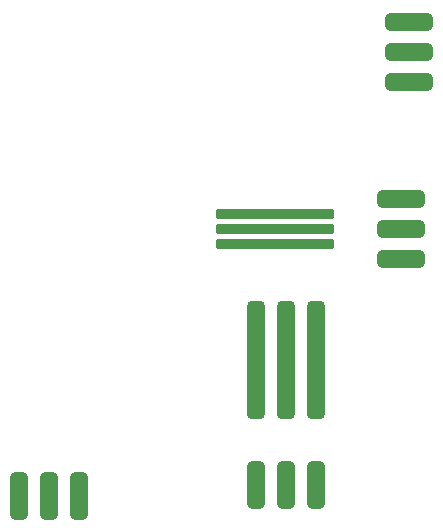
<source format=gbp>
G04 #@! TF.GenerationSoftware,KiCad,Pcbnew,6.0.2-378541a8eb~116~ubuntu20.04.1*
G04 #@! TF.CreationDate,2022-02-28T16:15:05+01:00*
G04 #@! TF.ProjectId,ISP_panel,4953505f-7061-46e6-956c-2e6b69636164,rev?*
G04 #@! TF.SameCoordinates,Original*
G04 #@! TF.FileFunction,Paste,Bot*
G04 #@! TF.FilePolarity,Positive*
%FSLAX46Y46*%
G04 Gerber Fmt 4.6, Leading zero omitted, Abs format (unit mm)*
G04 Created by KiCad (PCBNEW 6.0.2-378541a8eb~116~ubuntu20.04.1) date 2022-02-28 16:15:05*
%MOMM*%
%LPD*%
G01*
G04 APERTURE LIST*
G04 Aperture macros list*
%AMRoundRect*
0 Rectangle with rounded corners*
0 $1 Rounding radius*
0 $2 $3 $4 $5 $6 $7 $8 $9 X,Y pos of 4 corners*
0 Add a 4 corners polygon primitive as box body*
4,1,4,$2,$3,$4,$5,$6,$7,$8,$9,$2,$3,0*
0 Add four circle primitives for the rounded corners*
1,1,$1+$1,$2,$3*
1,1,$1+$1,$4,$5*
1,1,$1+$1,$6,$7*
1,1,$1+$1,$8,$9*
0 Add four rect primitives between the rounded corners*
20,1,$1+$1,$2,$3,$4,$5,0*
20,1,$1+$1,$4,$5,$6,$7,0*
20,1,$1+$1,$6,$7,$8,$9,0*
20,1,$1+$1,$8,$9,$2,$3,0*%
G04 Aperture macros list end*
%ADD10RoundRect,0.375000X1.625000X-0.375000X1.625000X0.375000X-1.625000X0.375000X-1.625000X-0.375000X0*%
%ADD11RoundRect,0.375000X-0.375000X-1.625000X0.375000X-1.625000X0.375000X1.625000X-0.375000X1.625000X0*%
%ADD12RoundRect,0.225000X4.775000X-0.225000X4.775000X0.225000X-4.775000X0.225000X-4.775000X-0.225000X0*%
%ADD13RoundRect,0.375000X0.375000X1.625000X-0.375000X1.625000X-0.375000X-1.625000X0.375000X-1.625000X0*%
%ADD14RoundRect,0.375000X-0.375000X-4.625000X0.375000X-4.625000X0.375000X4.625000X-0.375000X4.625000X0*%
G04 APERTURE END LIST*
D10*
G04 #@! TO.C,J8*
X69725003Y-62539997D03*
X69725003Y-59999997D03*
X69725003Y-57459997D03*
G04 #@! TD*
D11*
G04 #@! TO.C,J4*
X57460003Y-81725003D03*
X60000003Y-81725003D03*
X62540003Y-81725003D03*
G04 #@! TD*
D12*
G04 #@! TO.C,J15*
X59125003Y-61269997D03*
X59125003Y-59999997D03*
X59125003Y-58729997D03*
G04 #@! TD*
D13*
G04 #@! TO.C,J2*
X42539996Y-82599996D03*
X39999996Y-82599996D03*
X37459996Y-82599996D03*
G04 #@! TD*
D14*
G04 #@! TO.C,J12*
X57460003Y-71125003D03*
X60000003Y-71125003D03*
X62540003Y-71125003D03*
G04 #@! TD*
D10*
G04 #@! TO.C,J6*
X70450003Y-47539997D03*
X70450003Y-44999997D03*
X70450003Y-42459997D03*
G04 #@! TD*
M02*

</source>
